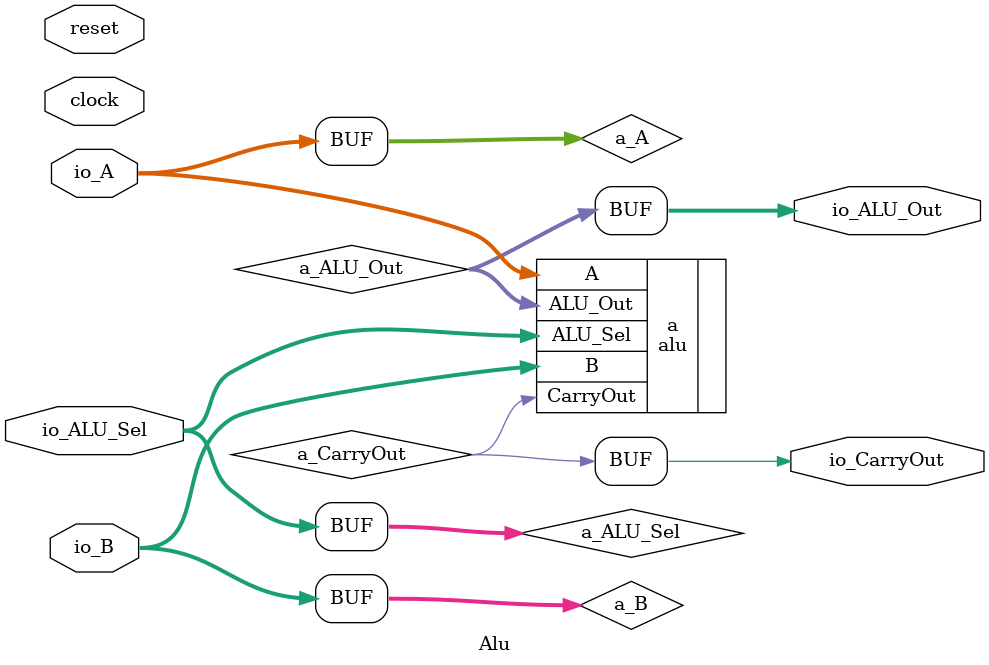
<source format=v>
module Alu(
  input        clock,
  input        reset,
  input  [7:0] io_A,
  input  [7:0] io_B,
  input  [3:0] io_ALU_Sel,
  output [7:0] io_ALU_Out,
  output       io_CarryOut
);
  wire [7:0] a_A; // @[Alu.scala 39:19]
  wire [7:0] a_B; // @[Alu.scala 39:19]
  wire [3:0] a_ALU_Sel; // @[Alu.scala 39:19]
  wire [7:0] a_ALU_Out; // @[Alu.scala 39:19]
  wire  a_CarryOut; // @[Alu.scala 39:19]
  alu a ( // @[Alu.scala 39:19]
    .A(a_A),
    .B(a_B),
    .ALU_Sel(a_ALU_Sel),
    .ALU_Out(a_ALU_Out),
    .CarryOut(a_CarryOut)
  );
  assign io_ALU_Out = a_ALU_Out; // @[Alu.scala 41:10]
  assign io_CarryOut = a_CarryOut; // @[Alu.scala 41:10]
  assign a_A = io_A; // @[Alu.scala 41:10]
  assign a_B = io_B; // @[Alu.scala 41:10]
  assign a_ALU_Sel = io_ALU_Sel; // @[Alu.scala 41:10]
endmodule

</source>
